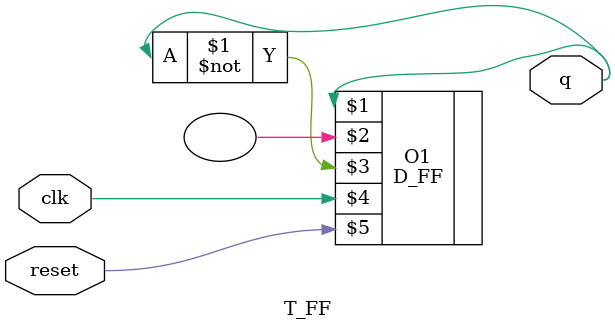
<source format=v>
module T_FF(q,clk,reset);
output q;

input clk,reset;

D_FF O1(q, ,~q, clk, reset);

endmodule  

</source>
